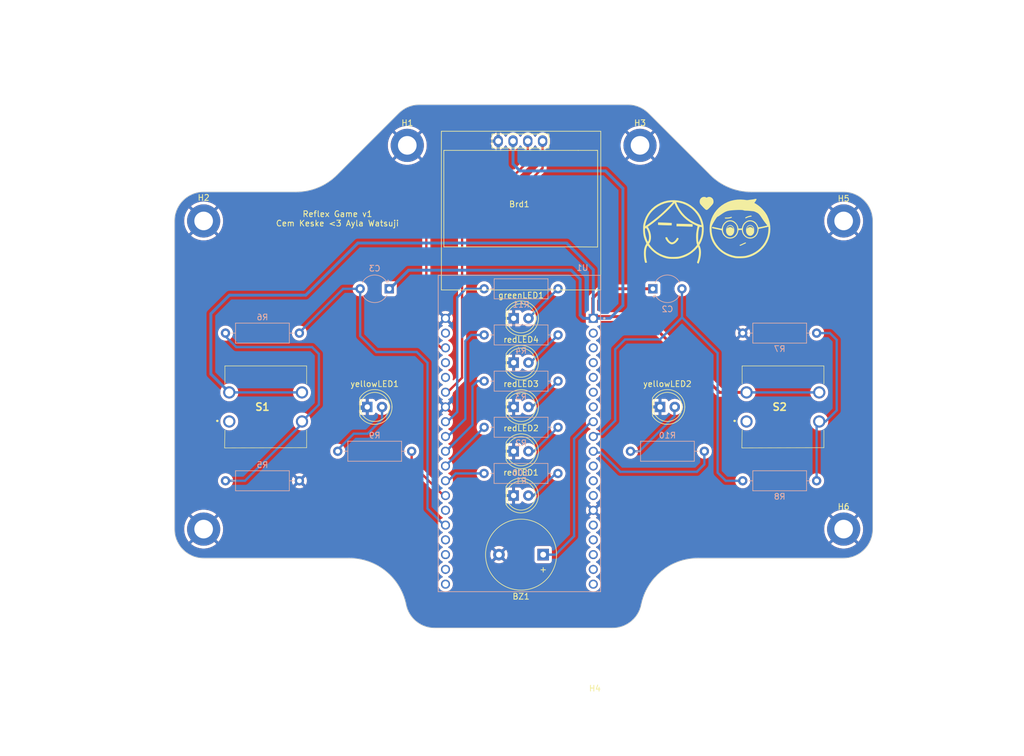
<source format=kicad_pcb>
(kicad_pcb (version 20221018) (generator pcbnew)
  (layers (0 "F.Cu" signal) (31 "B.Cu" signal) (34 "B.Paste" user) (35 "F.Paste" user) (36 "B.SilkS" user "B.Silkscreen") (37 "F.SilkS" user "F.Silkscreen") (38 "B.Mask" user) (39 "F.Mask" user) (44 "Edge.Cuts" user))
  (net 0 "")
  (net 3 "Net-(U1-IO2)")
  (net 15 "Net-(Brd1-SCL)")
  (net 18 "Net-(Brd1-SDA)")
  (net 24 "GND")
  (net 25 "Net-(U1-IO19)")
  (net 26 "Net-(U1-IO18)")
  (net 27 "Net-(U1-IO5)")
  (net 28 "Net-(U1-IO17)")
  (net 30 "Net-(greenLED1-A)")
  (net 31 "Net-(U1-IO16)")
  (net 32 "Net-(yellowLED1-A)")
  (net 33 "Net-(U1-IO4)")
  (net 34 "Net-(yellowLED2-A)")
  (net 36 "+3V3")
  (net 38 "Net-(U1-IO25)")
  (net 39 "Net-(U1-IO26)")
  (net 40 "Net-(redLED1-A)")
  (net 41 "Net-(redLED2-A)")
  (net 42 "Net-(redLED3-A)")
  (net 43 "Net-(redLED4-A)")
  (net 44 "Net-(R5-Pad2)")
  (net 45 "Net-(R7-Pad2)")
  (net 46 "Net-(BZ1--)")
  (footprint "Logos:ayla_cem_logo_25" (layer "F.Cu") (at 161 71)
    (fp_text reference "G***" hide)
    (fp_text value "LOGO" hide)
  )
  (footprint "MountingHole:MountingHole_3.2mm_M3_ISO7380_Pad_TopBottom" (layer "F.Cu") (at 185 123)
    (fp_text reference "H6")
    (fp_text value "MountingHole_Pad")
  )
  (footprint "MountingHole:MountingHole_3.2mm_M3_ISO7380_Pad_TopBottom" (layer "F.Cu") (at 185 70)
    (fp_text reference "H5")
    (fp_text value "MountingHole_Pad")
  )
  (footprint "MountingHole:MountingHole_3.2mm_M3_ISO7380_Pad_TopBottom" (layer "F.Cu") (at 150 57)
    (fp_text reference "H3")
    (fp_text value "MountingHole_Pad")
  )
  (footprint "LED_THT:LED_D5.0mm" (layer "F.Cu") (at 103.123854 101.988523)
    (fp_text reference "yellowLED1")
    (fp_text value "LED")
  )
  (footprint "MountingHole:MountingHole_3.2mm_M3_ISO7380_Pad_TopBottom" (layer "F.Cu") (at 110 57)
    (fp_text reference "H1")
    (fp_text value "MountingHole_Pad")
  )
  (footprint "MountingHole:MountingHole_3.2mm_M3_ISO7380_Pad_TopBottom" (layer "F.Cu") (at 75 123)
    (fp_text reference "H4")
    (fp_text value "MountingHole_Pad")
  )
  (footprint "Buzzer_Beeper:Buzzer_12x9.5RM7.6" (layer "F.Cu") (at 133.355104 127.388523 180)
    (fp_text reference "BZ1")
    (fp_text value "Buzzer")
  )
  (footprint "LED_THT:LED_D5.0mm" (layer "F.Cu") (at 128.285102 94.368523)
    (fp_text reference "redLED4")
    (fp_text value "LED")
  )
  (footprint "LED_THT:LED_D5.0mm" (layer "F.Cu") (at 128.285102 101.988523)
    (fp_text reference "redLED3")
    (fp_text value "LED")
  )
  (footprint "MountingHole:MountingHole_3.2mm_M3_ISO7380_Pad_TopBottom" (layer "F.Cu") (at 75 70)
    (fp_text reference "H2")
    (fp_text value "MountingHole_Pad")
  )
  (footprint "LED_THT:LED_D5.0mm" (layer "F.Cu") (at 128.285102 109.608523)
    (fp_text reference "redLED2")
    (fp_text value "LED")
  )
  (footprint "OLED_display:OLED_display_SSD1306" (layer "F.Cu") (at 129.255104 66.868523)
    (fp_text reference "Brd1")
    (fp_text value "SSD1306")
  )
  (footprint "pushbutton:TL1100F160Q" (layer "F.Cu") (at 79.405104 104.488523)
    (fp_text reference "S1")
    (fp_text value "TL1100F160Q" hide)
  )
  (footprint "LED_THT:LED_D5.0mm" (layer "F.Cu") (at 128.271114 117.228523)
    (fp_text reference "redLED1")
    (fp_text value "LED_RED")
  )
  (footprint "LED_THT:LED_D5.0mm" (layer "F.Cu") (at 153.436354 101.988523)
    (fp_text reference "yellowLED2")
    (fp_text value "LED")
  )
  (footprint "pushbutton:TL1100F160Q" (layer "F.Cu") (at 168.305104 104.488523)
    (fp_text reference "S2")
    (fp_text value "TL1100F160Q" hide)
  )
  (footprint "LED_THT:LED_D5.0mm" (layer "F.Cu") (at 128.285102 86.748523)
    (fp_text reference "greenLED1")
    (fp_text value "LED")
  )
  (footprint "Resistor_THT:R_Axial_DIN0309_L9.0mm_D3.2mm_P12.70mm_Horizontal" (layer "B.Cu") (at 161.061354 109.608523 180)
    (fp_text reference "R10")
    (fp_text value "100")
  )
  (footprint "Resistor_THT:R_Axial_DIN0309_L9.0mm_D3.2mm_P12.70mm_Horizontal" (layer "B.Cu") (at 123.210102 89.607412)
    (fp_text reference "R4")
    (fp_text value "100")
  )
  (footprint "Resistor_THT:R_Axial_DIN0309_L9.0mm_D3.2mm_P12.70mm_Horizontal" (layer "B.Cu") (at 167.655104 89.288523)
    (fp_text reference "R7")
    (fp_text value "11k")
  )
  (footprint "Capacitor_THT:CP_Radial_Tantal_D4.5mm_P5.00mm" (layer "B.Cu") (at 152.211354 81.668523)
    (fp_text reference "C2")
    (fp_text value "100n")
  )
  (footprint "dev_kits:MODULE_ESP32-DEVKITC-32D" (layer "B.Cu") (at 129.267604 106.508523 180)
    (fp_text reference "U1")
    (fp_text value "ESP32-DEVKITC-32D")
  )
  (footprint "Resistor_THT:R_Axial_DIN0309_L9.0mm_D3.2mm_P12.70mm_Horizontal" (layer "B.Cu") (at 91.455104 89.288523 180)
    (fp_text reference "R6")
    (fp_text value "11k")
  )
  (footprint "Resistor_THT:R_Axial_DIN0309_L9.0mm_D3.2mm_P12.70mm_Horizontal" (layer "B.Cu") (at 123.196114 113.424079)
    (fp_text reference "R1")
    (fp_text value "100")
  )
  (footprint "Capacitor_THT:CP_Radial_Tantal_D4.5mm_P5.00mm" (layer "B.Cu") (at 106.898854 81.668523 180)
    (fp_text reference "C3")
    (fp_text value "100n")
  )
  (footprint "Resistor_THT:R_Axial_DIN0309_L9.0mm_D3.2mm_P12.70mm_Horizontal" (layer "B.Cu") (at 110.748854 109.608523 180)
    (fp_text reference "R9")
    (fp_text value "100")
  )
  (footprint "Resistor_THT:R_Axial_DIN0309_L9.0mm_D3.2mm_P12.70mm_Horizontal" (layer "B.Cu") (at 123.210102 97.546301)
    (fp_text reference "R3")
    (fp_text value "100")
  )
  (footprint "Resistor_THT:R_Axial_DIN0309_L9.0mm_D3.2mm_P12.70mm_Horizontal" (layer "B.Cu") (at 167.655104 114.688523)
    (fp_text reference "R8")
    (fp_text value "11k")
  )
  (footprint "Resistor_THT:R_Axial_DIN0309_L9.0mm_D3.2mm_P12.70mm_Horizontal" (layer "B.Cu") (at 123.210102 81.668523)
    (fp_text reference "R11")
    (fp_text value "100")
  )
  (footprint "Resistor_THT:R_Axial_DIN0309_L9.0mm_D3.2mm_P12.70mm_Horizontal" (layer "B.Cu") (at 91.455104 114.688523 180)
    (fp_text reference "R5")
    (fp_text value "11k")
  )
  (footprint "Resistor_THT:R_Axial_DIN0309_L9.0mm_D3.2mm_P12.70mm_Horizontal" (layer "B.Cu") (at 123.210102 105.48519)
    (fp_text reference "R2")
    (fp_text value "100")
  )
  (gr_line (start 105.299596 129.519479) (end 104.937794 129.303638) (stroke (width 0.1)) (layer "Edge.Cuts"))
  (gr_line (start 186.454179 127.783884) (end 186.685871 127.707226) (stroke (width 0.1)) (layer "Edge.Cuts"))
  (gr_line (start 108.94805 133.53282) (end 108.748807 133.154167) (stroke (width 0.1)) (layer "Edge.Cuts"))
  (gr_line (start 186.685871 127.707226) (end 186.913421 127.619409) (stroke (width 0.1)) (layer "Edge.Cuts"))
  (gr_line (start 150.152926 136.216313) (end 150.202045 136.00002) (stroke (width 0.1)) (layer "Edge.Cuts"))
  (gr_line (start 71.29892 66.638118) (end 71.141767 66.81954) (stroke (width 0.1)) (layer "Edge.Cuts"))
  (gr_line (start 148.667285 50.054848) (end 148.423125 50.02452) (stroke (width 0.1)) (layer "Edge.Cuts"))
  (gr_line (start 185.738352 127.945213) (end 185.98001 127.903048) (stroke (width 0.1)) (layer "Edge.Cuts"))
  (gr_line (start 73.280827 127.696601) (end 73.513147 127.77521) (stroke (width 0.1)) (layer "Edge.Cuts"))
  (gr_line (start 109.298996 134.319512) (end 109.131598 133.921393) (stroke (width 0.1)) (layer "Edge.Cuts"))
  (gr_line (start 147.202228 139.625835) (end 147.396417 139.541166) (stroke (width 0.1)) (layer "Edge.Cuts"))
  (gr_line (start 148.176872 50.006198) (end 147.928936 50.000053) (stroke (width 0.1)) (layer "Edge.Cuts"))
  (gr_line (start 114.475199 139.995134) (end 114.696945 140.000001) (stroke (width 0.1)) (layer "Edge.Cuts"))
  (gr_line (start 189.410972 125.354461) (end 189.520596 125.136424) (stroke (width 0.1)) (layer "Edge.Cuts"))
  (gr_line (start 97.195444 62.735411) (end 97.569608 62.413067) (stroke (width 0.1)) (layer "Edge.Cuts"))
  (gr_line (start 70.39293 124.946231) (end 70.493059 125.167711) (stroke (width 0.1)) (layer "Edge.Cuts"))
  (gr_line (start 73.053769 127.607074) (end 73.280827 127.696601) (stroke (width 0.1)) (layer "Edge.Cuts"))
  (gr_line (start 91.353741 64.987731) (end 91.846245 64.951093) (stroke (width 0.1)) (layer "Edge.Cuts"))
  (gr_line (start 70.157422 124.249589) (end 70.224798 124.486856) (stroke (width 0.1)) (layer "Edge.Cuts"))
  (gr_line (start 111.332719 50.054832) (end 111.091061 50.097001) (stroke (width 0.1)) (layer "Edge.Cuts"))
  (gr_line (start 160.000004 128.000008) (end 159.556509 128.009743) (stroke (width 0.1)) (layer "Edge.Cuts"))
  (gr_line (start 70.493063 67.832294) (end 70.392933 68.053775) (stroke (width 0.1)) (layer "Edge.Cuts"))
  (gr_line (start 70.853931 67.204455) (end 70.723876 67.40732) (stroke (width 0.1)) (layer "Edge.Cuts"))
  (gr_line (start 72.00843 65.993331) (end 71.819546 66.141764) (stroke (width 0.1)) (layer "Edge.Cuts"))
  (gr_line (start 189.942391 69.238549) (end 189.89842 68.992325) (stroke (width 0.1)) (layer "Edge.Cuts"))
  (gr_line (start 109.797966 136.00002) (end 109.847085 136.216312) (stroke (width 0.1)) (layer "Edge.Cuts"))
  (gr_line (start 70.723869 125.592683) (end 70.853923 125.795548) (stroke (width 0.1)) (layer "Edge.Cuts"))
  (gr_line (start 70.157419 68.750421) (end 70.101587 68.992325) (stroke (width 0.1)) (layer "Edge.Cuts"))
  (gr_line (start 73.280841 65.303412) (end 73.053784 65.392937) (stroke (width 0.1)) (layer "Edge.Cuts"))
  (gr_line (start 110.385201 50.292832) (end 110.157651 50.380652) (stroke (width 0.1)) (layer "Edge.Cuts"))
  (gr_line (start 74.488772 127.97419) (end 74.742693 127.9935) (stroke (width 0.1)) (layer "Edge.Cuts"))
  (gr_line (start 148.779534 138.593732) (end 149.069627 138.288672) (stroke (width 0.1)) (layer "Edge.Cuts"))
  (gr_line (start 187.991591 65.993331) (end 187.79556 65.853931) (stroke (width 0.1)) (layer "Edge.Cuts"))
  (gr_line (start 72.407314 127.276131) (end 72.616699 127.396525) (stroke (width 0.1)) (layer "Edge.Cuts"))
  (gr_line (start 162.804563 62.73539) (end 163.19275 63.037799) (stroke (width 0.1)) (layer "Edge.Cuts"))
  (gr_line (start 185.511239 65.02583) (end 185.257318 65.006521) (stroke (width 0.1)) (layer "Edge.Cuts"))
  (gr_line (start 94.2296 64.414477) (end 94.6847 64.238845) (stroke (width 0.1)) (layer "Edge.Cuts"))
  (gr_line (start 151.694946 132.42809) (end 151.465681 132.785789) (stroke (width 0.1)) (layer "Edge.Cuts"))
  (gr_line (start 109.716616 50.589085) (end 109.50395 50.70936) (stroke (width 0.1)) (layer "Edge.Cuts"))
  (gr_line (start 105.651627 129.750076) (end 105.299596 129.519479) (stroke (width 0.1)) (layer "Edge.Cuts"))
  (gr_line (start 109.699728 135.567433) (end 109.583516 135.142904) (stroke (width 0.1)) (layer "Edge.Cuts"))
  (gr_line (start 149.842355 50.380652) (end 149.614805 50.292835) (stroke (width 0.1)) (layer "Edge.Cuts"))
  (gr_line (start 90.857811 64.998817) (end 75.000015 64.998817) (stroke (width 0.1)) (layer "Edge.Cuts"))
  (gr_line (start 73.513162 65.224804) (end 73.280841 65.303412) (stroke (width 0.1)) (layer "Edge.Cuts"))
  (gr_line (start 101.317129 128.086523) (end 100.882693 128.038716) (stroke (width 0.1)) (layer "Edge.Cuts"))
  (gr_line (start 70.303406 68.280832) (end 70.224796 68.513153) (stroke (width 0.1)) (layer "Edge.Cuts"))
  (gr_line (start 150.300283 135.567416) (end 150.202045 136.000003) (stroke (width 0.1)) (layer "Edge.Cuts"))
  (gr_line (start 188.858251 66.81954) (end 188.7011 66.638118) (stroke (width 0.1)) (layer "Edge.Cuts"))
  (gr_line (start 70.224798 124.486856) (end 70.303405 124.719175) (stroke (width 0.1)) (layer "Edge.Cuts"))
  (gr_line (start 74.742693 127.9935) (end 74.999992 128.000008) (stroke (width 0.1)) (layer "Edge.Cuts"))
  (gr_line (start 96.807258 63.037815) (end 97.195444 62.735411) (stroke (width 0.1)) (layer "Edge.Cuts"))
  (gr_line (start 69.999916 69.999451) (end 69.999916 123.000782) (stroke (width 0.1)) (layer "Edge.Cuts"))
  (gr_line (start 167.665444 64.890456) (end 168.153765 64.951113) (stroke (width 0.1)) (layer "Edge.Cuts"))
  (gr_line (start 186.218756 127.849215) (end 186.454179 127.783884) (stroke (width 0.1)) (layer "Edge.Cuts"))
  (gr_line (start 106.644544 130.526688) (end 106.324557 130.254053) (stroke (width 0.1)) (layer "Edge.Cuts"))
  (gr_line (start 71.298909 126.361885) (end 71.464465 126.535532) (stroke (width 0.1)) (layer "Edge.Cuts"))
  (gr_line (start 187.974701 127.018892) (end 188.168794 126.867691) (stroke (width 0.1)) (layer "Edge.Cuts"))
  (gr_line (start 72.616713 65.603484) (end 72.407328 65.723877) (stroke (width 0.1)) (layer "Edge.Cuts"))
  (gr_line (start 151.097726 51.132362) (end 150.903633 50.981162) (stroke (width 0.1)) (layer "Edge.Cuts"))
  (gr_line (start 108.30506 132.428107) (end 108.061468 132.081444) (stroke (width 0.1)) (layer "Edge.Cuts"))
  (gr_line (start 189.783879 124.454183) (end 189.84921 124.218759) (stroke (width 0.1)) (layer "Edge.Cuts"))
  (gr_line (start 70.993333 67.008424) (end 70.853931 67.204455) (stroke (width 0.1)) (layer "Edge.Cuts"))
  (gr_line (start 149.952561 136.840273) (end 150.027957 136.636626) (stroke (width 0.1)) (layer "Edge.Cuts"))
  (gr_line (start 111.823132 50.006173) (end 111.57688 50.024499) (stroke (width 0.1)) (layer "Edge.Cuts"))
  (gr_line (start 169.142194 64.998817) (end 184.999995 64.998817) (stroke (width 0.1)) (layer "Edge.Cuts"))
  (gr_line (start 112.797787 139.625825) (end 112.995949 139.702371) (stroke (width 0.1)) (layer "Edge.Cuts"))
  (gr_line (start 109.096373 50.981178) (end 108.90228 51.132382) (stroke (width 0.1)) (layer "Edge.Cuts"))
  (gr_line (start 189.018884 125.974707) (end 189.159946 125.774013) (stroke (width 0.1)) (layer "Edge.Cuts"))
  (gr_line (start 70.006507 69.7427) (end 70 70) (stroke (width 0.1)) (layer "Edge.Cuts"))
  (gr_line (start 150.28339 50.589079) (end 150.065353 50.479456) (stroke (width 0.1)) (layer "Edge.Cuts"))
  (gr_line (start 73.750431 65.157427) (end 73.513162 65.224804) (stroke (width 0.1)) (layer "Edge.Cuts"))
  (gr_line (start 112.047152 139.240275) (end 112.228053 139.348195) (stroke (width 0.1)) (layer "Edge.Cuts"))
  (gr_line (start 189.396533 67.616704) (end 189.276139 67.40732) (stroke (width 0.1)) (layer "Edge.Cuts"))
  (gr_line (start 150.86841 133.921376) (end 150.701013 134.319496) (stroke (width 0.1)) (layer "Edge.Cuts"))
  (gr_line (start 110.930388 138.28866) (end 111.072308 138.444321) (stroke (width 0.1)) (layer "Edge.Cuts"))
  (gr_line (start 189.975538 123.494194) (end 189.99386 123.247941) (stroke (width 0.1)) (layer "Edge.Cuts"))
  (gr_line (start 108.715199 51.293556) (end 108.535537 51.464531) (stroke (width 0.1)) (layer "Edge.Cuts"))
  (gr_line (start 108.748807 133.154167) (end 108.534325 132.785805) (stroke (width 0.1)) (layer "Edge.Cuts"))
  (gr_line (start 146.802158 139.770617) (end 147.004066 139.70238) (stroke (width 0.1)) (layer "Edge.Cuts"))
  (gr_line (start 185.98001 127.903048) (end 186.218756 127.849215) (stroke (width 0.1)) (layer "Edge.Cuts"))
  (gr_line (start 189.006685 67.008424) (end 188.858251 66.81954) (stroke (width 0.1)) (layer "Edge.Cuts"))
  (gr_line (start 109.972055 136.636622) (end 110.047451 136.840268) (stroke (width 0.1)) (layer "Edge.Cuts"))
  (gr_line (start 95.56677 63.821989) (end 95.992102 63.581443) (stroke (width 0.1)) (layer "Edge.Cuts"))
  (gr_line (start 151.2512 133.154151) (end 151.051957 133.532804) (stroke (width 0.1)) (layer "Edge.Cuts"))
  (gr_line (start 102.587337 128.339324) (end 102.169906 128.237199) (stroke (width 0.1)) (layer "Edge.Cuts"))
  (gr_line (start 102.169906 128.237199) (end 101.746352 128.152808) (stroke (width 0.1)) (layer "Edge.Cuts"))
  (gr_line (start 92.81788 64.806113) (end 93.29537 64.69845) (stroke (width 0.1)) (layer "Edge.Cuts"))
  (gr_line (start 104.566679 129.102926) (end 104.186704 128.917715) (stroke (width 0.1)) (layer "Edge.Cuts"))
  (gr_line (start 151.938538 132.081428) (end 151.694946 132.42809) (stroke (width 0.1)) (layer "Edge.Cuts"))
  (gr_line (start 109.934652 50.479459) (end 109.716616 50.589085) (stroke (width 0.1)) (layer "Edge.Cuts"))
  (gr_line (start 189.99386 123.247941) (end 190.000005 123.000006) (stroke (width 0.1)) (layer "Edge.Cuts"))
  (gr_line (start 156.598003 128.595269) (end 156.201679 128.748361) (stroke (width 0.1)) (layer "Edge.Cuts"))
  (gr_line (start 72.832303 65.493066) (end 72.616713 65.603484) (stroke (width 0.1)) (layer "Edge.Cuts"))
  (gr_line (start 189.696605 68.280832) (end 189.60708 68.053775) (stroke (width 0.1)) (layer "Edge.Cuts"))
  (gr_line (start 162.071073 62.071091) (end 162.430398 62.413041) (stroke (width 0.1)) (layer "Edge.Cuts"))
  (gr_line (start 109.583516 135.142904) (end 109.449787 134.726807) (stroke (width 0.1)) (layer "Edge.Cuts"))
  (gr_line (start 149.677468 137.422946) (end 149.777089 137.233619) (stroke (width 0.1)) (layer "Edge.Cuts"))
  (gr_line (start 150.701013 134.319496) (end 150.550222 134.726791) (stroke (width 0.1)) (layer "Edge.Cuts"))
  (gr_line (start 152.196002 131.746172) (end 151.938538 132.081428) (stroke (width 0.1)) (layer "Edge.Cuts"))
  (gr_line (start 149.868863 137.039333) (end 149.952561 136.840273) (stroke (width 0.1)) (layer "Edge.Cuts"))
  (gr_line (start 150.065353 50.479456) (end 149.842355 50.380652) (stroke (width 0.1)) (layer "Edge.Cuts"))
  (gr_line (start 149.614805 50.292835) (end 149.383113 50.216177) (stroke (width 0.1)) (layer "Edge.Cuts"))
  (gr_line (start 91.846245 64.951093) (end 92.334565 64.89044) (stroke (width 0.1)) (layer "Edge.Cuts"))
  (gr_line (start 185.257318 65.006521) (end 185.000019 65.000015) (stroke (width 0.1)) (layer "Edge.Cuts"))
  (gr_line (start 109.50395 50.70936) (end 109.297066 50.840114) (stroke (width 0.1)) (layer "Edge.Cuts"))
  (gr_line (start 108.534325 132.785805) (end 108.30506 132.428107) (stroke (width 0.1)) (layer "Edge.Cuts"))
  (gr_line (start 147.396417 139.541166) (end 147.586404 139.448562) (stroke (width 0.1)) (layer "Edge.Cuts"))
  (gr_line (start 151.051957 133.532804) (end 150.86841 133.921376) (stroke (width 0.1)) (layer "Edge.Cuts"))
  (gr_line (start 155.433327 129.10291) (end 155.062211 129.303622) (stroke (width 0.1)) (layer "Edge.Cuts"))
  (gr_line (start 73.992319 127.89842) (end 74.238542 127.942392) (stroke (width 0.1)) (layer "Edge.Cuts"))
  (gr_line (start 145.961628 139.956756) (end 146.176239 139.923614) (stroke (width 0.1)) (layer "Edge.Cuts"))
  (gr_line (start 164.869312 64.041233) (end 165.315309 64.238845) (stroke (width 0.1)) (layer "Edge.Cuts"))
  (gr_line (start 187.167721 65.493066) (end 186.94624 65.392937) (stroke (width 0.1)) (layer "Edge.Cuts"))
  (gr_line (start 186.007692 65.101597) (end 185.761468 65.057626) (stroke (width 0.1)) (layer "Edge.Cuts"))
  (gr_line (start 71.141767 66.81954) (end 70.993333 67.008424) (stroke (width 0.1)) (layer "Edge.Cuts"))
  (gr_line (start 111.57688 50.024499) (end 111.332719 50.054832) (stroke (width 0.1)) (layer "Edge.Cuts"))
  (gr_line (start 167.182129 64.806125) (end 167.665444 64.890456) (stroke (width 0.1)) (layer "Edge.Cuts"))
  (gr_line (start 188.535539 126.535546) (end 188.706511 126.355884) (stroke (width 0.1)) (layer "Edge.Cuts"))
  (gr_line (start 186.94624 65.392937) (end 186.719183 65.303412) (stroke (width 0.1)) (layer "Edge.Cuts"))
  (gr_line (start 148.128879 139.124988) (end 148.465344 138.873001) (stroke (width 0.1)) (layer "Edge.Cuts"))
  (gr_line (start 96.405871 63.319939) (end 96.807258 63.037815) (stroke (width 0.1)) (layer "Edge.Cuts"))
  (gr_line (start 189.60708 68.053775) (end 189.506951 67.832294) (stroke (width 0.1)) (layer "Edge.Cuts"))
  (gr_line (start 149.205067 138.126934) (end 149.333799 137.959307) (stroke (width 0.1)) (layer "Edge.Cuts"))
  (gr_line (start 111.374678 138.736672) (end 111.534672 138.872989) (stroke (width 0.1)) (layer "Edge.Cuts"))
  (gr_line (start 168.153765 64.951113) (end 168.64627 64.987756) (stroke (width 0.1)) (layer "Edge.Cuts"))
  (gr_line (start 146.596733 139.830359) (end 146.802158 139.770617) (stroke (width 0.1)) (layer "Edge.Cuts"))
  (gr_line (start 145.303066 140.000001) (end 145.524813 139.995135) (stroke (width 0.1)) (layer "Edge.Cuts"))
  (gr_line (start 189.146085 67.204455) (end 189.006685 67.008424) (stroke (width 0.1)) (layer "Edge.Cuts"))
  (gr_line (start 158.253657 128.152792) (end 157.830101 128.237183) (stroke (width 0.1)) (layer "Edge.Cuts"))
  (gr_line (start 93.29537 64.69845) (end 93.766217 64.567792) (stroke (width 0.1)) (layer "Edge.Cuts"))
  (gr_line (start 108.535545 51.465378) (end 97.929062 62.069862) (stroke (width 0.1)) (layer "Edge.Cuts"))
  (gr_line (start 147.92894 49.999603) (end 112.071068 49.999603) (stroke (width 0.1)) (layer "Edge.Cuts"))
  (gr_line (start 146.388017 139.88142) (end 146.596733 139.830359) (stroke (width 0.1)) (layer "Edge.Cuts"))
  (gr_line (start 110.13115 137.039327) (end 110.222924 137.233612) (stroke (width 0.1)) (layer "Edge.Cuts"))
  (gr_line (start 149.570227 137.607126) (end 149.677468 137.422946) (stroke (width 0.1)) (layer "Edge.Cuts"))
  (gr_line (start 110.322545 137.422937) (end 110.429786 137.607117) (stroke (width 0.1)) (layer "Edge.Cuts"))
  (gr_line (start 150.027957 136.636626) (end 150.094821 136.428577) (stroke (width 0.1)) (layer "Edge.Cuts"))
  (gr_line (start 110.157651 50.380652) (end 109.934652 50.479459) (stroke (width 0.1)) (layer "Edge.Cuts"))
  (gr_line (start 103.402003 128.595285) (end 102.998188 128.458809) (stroke (width 0.1)) (layer "Edge.Cuts"))
  (gr_line (start 163.19275 63.037799) (end 163.594137 63.319926) (stroke (width 0.1)) (layer "Edge.Cuts"))
  (gr_line (start 73.992334 65.101597) (end 73.750431 65.157427) (stroke (width 0.1)) (layer "Edge.Cuts"))
  (gr_line (start 153.047068 130.812574) (end 152.466882 131.422697) (stroke (width 0.1)) (layer "Edge.Cuts"))
  (gr_line (start 75.000007 65.000015) (end 74.742708 65.006521) (stroke (width 0.1)) (layer "Edge.Cuts"))
  (gr_line (start 110.794948 138.126923) (end 110.930388 138.28866) (stroke (width 0.1)) (layer "Edge.Cuts"))
  (gr_line (start 113.197856 139.770609) (end 113.403281 139.830351) (stroke (width 0.1)) (layer "Edge.Cuts"))
  (gr_line (start 152.466882 131.422697) (end 152.196002 131.746172) (stroke (width 0.1)) (layer "Edge.Cuts"))
  (gr_line (start 150.903633 50.981162) (end 150.70294 50.840102) (stroke (width 0.1)) (layer "Edge.Cuts"))
  (gr_line (start 157.001819 128.458793) (end 156.598003 128.595269) (stroke (width 0.1)) (layer "Edge.Cuts"))
  (gr_line (start 110.616892 50.216171) (end 110.385201 50.292832) (stroke (width 0.1)) (layer "Edge.Cuts"))
  (gr_line (start 70.853923 125.795548) (end 70.993324 125.991579) (stroke (width 0.1)) (layer "Edge.Cuts"))
  (gr_line (start 147.771962 139.348206) (end 148.128879 139.124988) (stroke (width 0.1)) (layer "Edge.Cuts"))
  (gr_line (start 107.533123 131.422713) (end 107.249283 131.11139) (stroke (width 0.1)) (layer "Edge.Cuts"))
  (gr_line (start 75.000015 128.000089) (end 99.999954 128.000089) (stroke (width 0.1)) (layer "Edge.Cuts"))
  (gr_line (start 94.6847 64.238845) (end 95.130696 64.041236) (stroke (width 0.1)) (layer "Edge.Cuts"))
  (gr_line (start 147.004066 139.70238) (end 147.202228 139.625835) (stroke (width 0.1)) (layer "Edge.Cuts"))
  (gr_line (start 70.101587 68.992325) (end 70.057615 69.238549) (stroke (width 0.1)) (layer "Edge.Cuts"))
  (gr_line (start 148.423125 50.02452) (end 148.176872 50.006198) (stroke (width 0.1)) (layer "Edge.Cuts"))
  (gr_line (start 70.224796 68.513153) (end 70.157419 68.750421) (stroke (width 0.1)) (layer "Edge.Cuts"))
  (gr_line (start 70.025827 123.511239) (end 70.057622 123.761466) (stroke (width 0.1)) (layer "Edge.Cuts"))
  (gr_line (start 73.513147 127.77521) (end 73.750416 127.842588) (stroke (width 0.1)) (layer "Edge.Cuts"))
  (gr_line (start 72.204449 127.146076) (end 72.407314 127.276131) (stroke (width 0.1)) (layer "Edge.Cuts"))
  (gr_line (start 70.057622 123.761466) (end 70.101592 124.007687) (stroke (width 0.1)) (layer "Edge.Cuts"))
  (gr_line (start 111.091061 50.097001) (end 110.852316 50.150838) (stroke (width 0.1)) (layer "Edge.Cuts"))
  (gr_line (start 72.008417 127.006674) (end 72.204449 127.146076) (stroke (width 0.1)) (layer "Edge.Cuts"))
  (gr_line (start 70.025817 69.488778) (end 70.006507 69.7427) (stroke (width 0.1)) (layer "Edge.Cuts"))
  (gr_line (start 149.333799 137.959307) (end 149.455595 137.785976) (stroke (width 0.1)) (layer "Edge.Cuts"))
  (gr_line (start 100.882693 128.038716) (end 100.443501 128.009759) (stroke (width 0.1)) (layer "Edge.Cuts"))
  (gr_line (start 111.534672 138.872989) (end 111.700234 139.002486) (stroke (width 0.1)) (layer "Edge.Cuts"))
  (gr_line (start 72.407328 65.723877) (end 72.204463 65.853931) (stroke (width 0.1)) (layer "Edge.Cuts"))
  (gr_line (start 150.416493 135.142888) (end 150.300283 135.567416) (stroke (width 0.1)) (layer "Edge.Cuts"))
  (gr_line (start 104.186704 128.917715) (end 103.798327 128.748377) (stroke (width 0.1)) (layer "Edge.Cuts"))
  (gr_line (start 166.704638 64.698459) (end 167.182129 64.806125) (stroke (width 0.1)) (layer "Edge.Cuts"))
  (gr_line (start 165.770408 64.41448) (end 166.233791 64.567798) (stroke (width 0.1)) (layer "Edge.Cuts"))
  (gr_line (start 164.007907 63.581434) (end 164.433238 63.821983) (stroke (width 0.1)) (layer "Edge.Cuts"))
  (gr_line (start 156.201679 128.748361) (end 155.813302 128.917699) (stroke (width 0.1)) (layer "Edge.Cuts"))
  (gr_line (start 112.603598 139.541156) (end 112.797787 139.625825) (stroke (width 0.1)) (layer "Edge.Cuts"))
  (gr_line (start 165.315309 64.238845) (end 165.770408 64.41448) (stroke (width 0.1)) (layer "Edge.Cuts"))
  (gr_line (start 110.666215 137.959296) (end 110.794948 138.126923) (stroke (width 0.1)) (layer "Edge.Cuts"))
  (gr_line (start 108.061468 132.081444) (end 107.804004 131.746189) (stroke (width 0.1)) (layer "Edge.Cuts"))
  (gr_line (start 151.46447 51.4645) (end 151.284808 51.293531) (stroke (width 0.1)) (layer "Edge.Cuts"))
  (gr_line (start 97.569608 62.413067) (end 97.928932 62.071121) (stroke (width 0.1)) (layer "Edge.Cuts"))
  (gr_line (start 72.616699 127.396525) (end 72.832288 127.506944) (stroke (width 0.1)) (layer "Edge.Cuts"))
  (gr_line (start 113.611997 139.881414) (end 113.823774 139.923609) (stroke (width 0.1)) (layer "Edge.Cuts"))
  (gr_line (start 70.493059 125.167711) (end 70.603476 125.3833) (stroke (width 0.1)) (layer "Edge.Cuts"))
  (gr_line (start 155.813302 128.917699) (end 155.433327 129.10291) (stroke (width 0.1)) (layer "Edge.Cuts"))
  (gr_line (start 109.905191 136.428574) (end 109.972055 136.636622) (stroke (width 0.1)) (layer "Edge.Cuts"))
  (gr_line (start 111.072308 138.444321) (end 111.220481 138.593721) (stroke (width 0.1)) (layer "Edge.Cuts"))
  (gr_line (start 188.706511 126.355884) (end 188.867682 126.168801) (stroke (width 0.1)) (layer "Edge.Cuts"))
  (gr_line (start 107.249283 131.11139) (end 106.952938 130.812591) (stroke (width 0.1)) (layer "Edge.Cuts"))
  (gr_line (start 189.974187 69.488778) (end 189.942391 69.238549) (stroke (width 0.1)) (layer "Edge.Cuts"))
  (gr_line (start 153.675448 130.254036) (end 153.047068 130.812574) (stroke (width 0.1)) (layer "Edge.Cuts"))
  (gr_line (start 157.830101 128.237183) (end 157.41267 128.339307) (stroke (width 0.1)) (layer "Edge.Cuts"))
  (gr_line (start 109.297066 50.840114) (end 109.096373 50.981178) (stroke (width 0.1)) (layer "Edge.Cuts"))
  (gr_line (start 168.64627 64.987756) (end 169.142141 65.000046) (stroke (width 0.1)) (layer "Edge.Cuts"))
  (gr_line (start 186.486863 65.224804) (end 186.249595 65.157427) (stroke (width 0.1)) (layer "Edge.Cuts"))
  (gr_line (start 189.945209 123.738355) (end 189.975538 123.494194) (stroke (width 0.1)) (layer "Edge.Cuts"))
  (gr_line (start 90.857872 65.000015) (end 91.353741 64.987731) (stroke (width 0.1)) (layer "Edge.Cuts"))
  (gr_line (start 158.68288 128.086507) (end 158.253657 128.152792) (stroke (width 0.1)) (layer "Edge.Cuts"))
  (gr_line (start 187.774008 127.159954) (end 187.974701 127.018892) (stroke (width 0.1)) (layer "Edge.Cuts"))
  (gr_line (start 189.89842 68.992325) (end 189.84259 68.750421) (stroke (width 0.1)) (layer "Edge.Cuts"))
  (gr_line (start 151.284808 51.293531) (end 151.097726 51.132362) (stroke (width 0.1)) (layer "Edge.Cuts"))
  (gr_line (start 189.84259 68.750421) (end 189.775213 68.513153) (stroke (width 0.1)) (layer "Edge.Cuts"))
  (gr_line (start 189.903043 123.980013) (end 189.945209 123.738355) (stroke (width 0.1)) (layer "Edge.Cuts"))
  (gr_line (start 188.361897 66.298916) (end 188.180475 66.141764) (stroke (width 0.1)) (layer "Edge.Cuts"))
  (gr_line (start 146.176239 139.923614) (end 146.388017 139.88142) (stroke (width 0.1)) (layer "Edge.Cuts"))
  (gr_line (start 95.130696 64.041236) (end 95.56677 63.821989) (stroke (width 0.1)) (layer "Edge.Cuts"))
  (gr_line (start 102.998188 128.458809) (end 102.587337 128.339324) (stroke (width 0.1)) (layer "Edge.Cuts"))
  (gr_line (start 109.797966 136.00002) (end 109.699728 135.567433) (stroke (width 0.1)) (layer "Edge.Cuts"))
  (gr_line (start 71.819533 126.85824) (end 72.008417 127.006674) (stroke (width 0.1)) (layer "Edge.Cuts"))
  (gr_line (start 103.798327 128.748377) (end 103.402003 128.595285) (stroke (width 0.1)) (layer "Edge.Cuts"))
  (gr_line (start 109.449787 134.726807) (end 109.298996 134.319512) (stroke (width 0.1)) (layer "Edge.Cuts"))
  (gr_line (start 71.819546 66.141764) (end 71.638123 66.298916) (stroke (width 0.1)) (layer "Edge.Cuts"))
  (gr_line (start 71.638123 66.298916) (end 71.464476 66.464472) (stroke (width 0.1)) (layer "Edge.Cuts"))
  (gr_line (start 186.719183 65.303412) (end 186.486863 65.224804) (stroke (width 0.1)) (layer "Edge.Cuts"))
  (gr_line (start 111.871137 139.124976) (end 112.047152 139.240275) (stroke (width 0.1)) (layer "Edge.Cuts"))
  (gr_line (start 151.465681 132.785789) (end 151.2512 133.154151) (stroke (width 0.1)) (layer "Edge.Cuts"))
  (gr_line (start 70.057615 69.238549) (end 70.025817 69.488778) (stroke (width 0.1)) (layer "Edge.Cuts"))
  (gr_line (start 154.348378 129.75006) (end 153.675448 130.254036) (stroke (width 0.1)) (layer "Edge.Cuts"))
  (gr_line (start 155.062211 129.303622) (end 154.348378 129.75006) (stroke (width 0.1)) (layer "Edge.Cuts"))
  (gr_line (start 189.159946 125.774013) (end 189.290698 125.567127) (stroke (width 0.1)) (layer "Edge.Cuts"))
  (gr_line (start 112.995949 139.702371) (end 113.197856 139.770609) (stroke (width 0.1)) (layer "Edge.Cuts"))
  (gr_line (start 159.556509 128.009743) (end 159.117316 128.0387) (stroke (width 0.1)) (layer "Edge.Cuts"))
  (gr_line (start 188.180475 66.141764) (end 187.991591 65.993331) (stroke (width 0.1)) (layer "Edge.Cuts"))
  (gr_line (start 159.117316 128.0387) (end 158.68288 128.086507) (stroke (width 0.1)) (layer "Edge.Cuts"))
  (gr_line (start 105.993433 129.995058) (end 105.651627 129.750076) (stroke (width 0.1)) (layer "Edge.Cuts"))
  (gr_line (start 70.392933 68.053775) (end 70.303406 68.280832) (stroke (width 0.1)) (layer "Edge.Cuts"))
  (gr_line (start 71.141757 126.180463) (end 71.298909 126.361885) (stroke (width 0.1)) (layer "Edge.Cuts"))
  (gr_line (start 110.544419 137.785966) (end 110.666215 137.959296) (stroke (width 0.1)) (layer "Edge.Cuts"))
  (gr_line (start 186.249595 65.157427) (end 186.007692 65.101597) (stroke (width 0.1)) (layer "Edge.Cuts"))
  (gr_line (start 70.723876 67.40732) (end 70.603482 67.616704) (stroke (width 0.1)) (layer "Edge.Cuts"))
  (gr_line (start 157.41267 128.339307) (end 157.001819 128.458793) (stroke (width 0.1)) (layer "Edge.Cuts"))
  (gr_line (start 73.750416 127.842588) (end 73.992319 127.89842) (stroke (width 0.1)) (layer "Edge.Cuts"))
  (gr_line (start 149.455595 137.785976) (end 149.570227 137.607126) (stroke (width 0.1)) (layer "Edge.Cuts"))
  (gr_line (start 108.90228 51.132382) (end 108.715199 51.293556) (stroke (width 0.1)) (layer "Edge.Cuts"))
  (gr_line (start 189.619402 124.913425) (end 189.707219 124.685875) (stroke (width 0.1)) (layer "Edge.Cuts"))
  (gr_line (start 166.233791 64.567798) (end 166.704638 64.698459) (stroke (width 0.1)) (layer "Edge.Cuts"))
  (gr_line (start 185.000003 128.000008) (end 185.247939 127.993863) (stroke (width 0.1)) (layer "Edge.Cuts"))
  (gr_line (start 145.74441 139.980658) (end 145.961628 139.956756) (stroke (width 0.1)) (layer "Edge.Cuts"))
  (gr_line (start 114.255603 139.980655) (end 114.475199 139.995134) (stroke (width 0.1)) (layer "Edge.Cuts"))
  (gr_line (start 184.999995 128.000089) (end 160.000047 128.000089) (stroke (width 0.1)) (layer "Edge.Cuts"))
  (gr_line (start 70.000015 123.000023) (end 70.00652 123.25732) (stroke (width 0.1)) (layer "Edge.Cuts"))
  (gr_line (start 185.247939 127.993863) (end 185.494192 127.975541) (stroke (width 0.1)) (layer "Edge.Cuts"))
  (gr_line (start 109.847085 136.216312) (end 109.905191 136.428574) (stroke (width 0.1)) (layer "Edge.Cuts"))
  (gr_line (start 163.594137 63.319926) (end 164.007907 63.581434) (stroke (width 0.1)) (layer "Edge.Cuts"))
  (gr_line (start 185.494192 127.975541) (end 185.738352 127.945213) (stroke (width 0.1)) (layer "Edge.Cuts"))
  (gr_line (start 113.823774 139.923609) (end 114.038385 139.956751) (stroke (width 0.1)) (layer "Edge.Cuts"))
  (gr_line (start 187.592695 65.723877) (end 187.38331 65.603484) (stroke (width 0.1)) (layer "Edge.Cuts"))
  (gr_line (start 188.7011 66.638118) (end 188.535543 66.464472) (stroke (width 0.1)) (layer "Edge.Cuts"))
  (gr_line (start 112.228053 139.348195) (end 112.413611 139.448551) (stroke (width 0.1)) (layer "Edge.Cuts"))
  (gr_line (start 162.070942 62.069893) (end 151.464454 51.465408) (stroke (width 0.1)) (layer "Edge.Cuts"))
  (gr_line (start 71.464476 66.464472) (end 71.29892 66.638118) (stroke (width 0.1)) (layer "Edge.Cuts"))
  (gr_line (start 111.220481 138.593721) (end 111.374678 138.736672) (stroke (width 0.1)) (layer "Edge.Cuts"))
  (gr_line (start 110.852316 50.150838) (end 110.616892 50.216171) (stroke (width 0.1)) (layer "Edge.Cuts"))
  (gr_line (start 95.992102 63.581443) (end 96.405871 63.319939) (stroke (width 0.1)) (layer "Edge.Cuts"))
  (gr_line (start 70.603476 125.3833) (end 70.723869 125.592683) (stroke (width 0.1)) (layer "Edge.Cuts"))
  (gr_line (start 150.550222 134.726791) (end 150.416493 135.142888) (stroke (width 0.1)) (layer "Edge.Cuts"))
  (gr_line (start 188.535543 66.464472) (end 188.361897 66.298916) (stroke (width 0.1)) (layer "Edge.Cuts"))
  (gr_line (start 187.38331 65.603484) (end 187.167721 65.493066) (stroke (width 0.1)) (layer "Edge.Cuts"))
  (gr_line (start 107.804004 131.746189) (end 107.533123 131.422713) (stroke (width 0.1)) (layer "Edge.Cuts"))
  (gr_line (start 111.700234 139.002486) (end 111.871137 139.124976) (stroke (width 0.1)) (layer "Edge.Cuts"))
  (gr_line (start 189.290698 125.567127) (end 189.410972 125.354461) (stroke (width 0.1)) (layer "Edge.Cuts"))
  (gr_line (start 92.334565 64.89044) (end 92.81788 64.806113) (stroke (width 0.1)) (layer "Edge.Cuts"))
  (gr_line (start 106.324557 130.254053) (end 105.993433 129.995058) (stroke (width 0.1)) (layer "Edge.Cuts"))
  (gr_line (start 70.603482 67.616704) (end 70.493063 67.832294) (stroke (width 0.1)) (layer "Edge.Cuts"))
  (gr_line (start 188.867682 126.168801) (end 189.018884 125.974707) (stroke (width 0.1)) (layer "Edge.Cuts"))
  (gr_line (start 188.355877 126.706519) (end 188.535539 126.535546) (stroke (width 0.1)) (layer "Edge.Cuts"))
  (gr_line (start 187.354457 127.41098) (end 187.567123 127.290707) (stroke (width 0.1)) (layer "Edge.Cuts"))
  (gr_line (start 109.131598 133.921393) (end 108.94805 133.53282) (stroke (width 0.1)) (layer "Edge.Cuts"))
  (gr_line (start 149.147689 50.150847) (end 148.908944 50.097014) (stroke (width 0.1)) (layer "Edge.Cuts"))
  (gr_line (start 110.047451 136.840268) (end 110.13115 137.039327) (stroke (width 0.1)) (layer "Edge.Cuts"))
  (gr_line (start 189.84921 124.218759) (end 189.903043 123.980013) (stroke (width 0.1)) (layer "Edge.Cuts"))
  (gr_line (start 104.937794 129.303638) (end 104.566679 129.102926) (stroke (width 0.1)) (layer "Edge.Cuts"))
  (gr_line (start 70.993324 125.991579) (end 71.141757 126.180463) (stroke (width 0.1)) (layer "Edge.Cuts"))
  (gr_line (start 187.13642 127.520604) (end 187.354457 127.41098) (stroke (width 0.1)) (layer "Edge.Cuts"))
  (gr_line (start 150.094821 136.428577) (end 150.152926 136.216313) (stroke (width 0.1)) (layer "Edge.Cuts"))
  (gr_line (start 164.433238 63.821983) (end 164.869312 64.041233) (stroke (width 0.1)) (layer "Edge.Cuts"))
  (gr_line (start 114.038385 139.956751) (end 114.255603 139.980655) (stroke (width 0.1)) (layer "Edge.Cuts"))
  (gr_line (start 74.488787 65.02583) (end 74.238557 65.057626) (stroke (width 0.1)) (layer "Edge.Cuts"))
  (gr_line (start 113.403281 139.830351) (end 113.611997 139.881414) (stroke (width 0.1)) (layer "Edge.Cuts"))
  (gr_line (start 73.053784 65.392937) (end 72.832303 65.493066) (stroke (width 0.1)) (layer "Edge.Cuts"))
  (gr_line (start 147.586404 139.448562) (end 147.771962 139.348206) (stroke (width 0.1)) (layer "Edge.Cuts"))
  (gr_line (start 74.742708 65.006521) (end 74.488787 65.02583) (stroke (width 0.1)) (layer "Edge.Cuts"))
  (gr_line (start 72.204463 65.853931) (end 72.00843 65.993331) (stroke (width 0.1)) (layer "Edge.Cuts"))
  (gr_line (start 110.222924 137.233612) (end 110.322545 137.422937) (stroke (width 0.1)) (layer "Edge.Cuts"))
  (gr_line (start 149.069627 138.288672) (end 149.205067 138.126934) (stroke (width 0.1)) (layer "Edge.Cuts"))
  (gr_line (start 70.101592 124.007687) (end 70.157422 124.249589) (stroke (width 0.1)) (layer "Edge.Cuts"))
  (gr_line (start 189.707219 124.685875) (end 189.783879 124.454183) (stroke (width 0.1)) (layer "Edge.Cuts"))
  (gr_line (start 148.908944 50.097014) (end 148.667285 50.054848) (stroke (width 0.1)) (layer "Edge.Cuts"))
  (gr_line (start 149.383113 50.216177) (end 149.147689 50.150847) (stroke (width 0.1)) (layer "Edge.Cuts"))
  (gr_line (start 149.777089 137.233619) (end 149.868863 137.039333) (stroke (width 0.1)) (layer "Edge.Cuts"))
  (gr_line (start 74.238542 127.942392) (end 74.488772 127.97419) (stroke (width 0.1)) (layer "Edge.Cuts"))
  (gr_line (start 106.952938 130.812591) (end 106.644544 130.526688) (stroke (width 0.1)) (layer "Edge.Cuts"))
  (gr_line (start 71.464465 126.535532) (end 71.638111 126.701088) (stroke (width 0.1)) (layer "Edge.Cuts"))
  (gr_line (start 190 70) (end 189.993495 69.7427) (stroke (width 0.1)) (layer "Edge.Cuts"))
  (gr_line (start 70.00652 123.25732) (end 70.025827 123.511239) (stroke (width 0.1)) (layer "Edge.Cuts"))
  (gr_line (start 189.506951 67.832294) (end 189.396533 67.616704) (stroke (width 0.1)) (layer "Edge.Cuts"))
  (gr_line (start 162.430398 62.413041) (end 162.804563 62.73539) (stroke (width 0.1)) (layer "Edge.Cuts"))
  (gr_line (start 189.775213 68.513153) (end 189.696605 68.280832) (stroke (width 0.1)) (layer "Edge.Cuts"))
  (gr_line (start 145.524813 139.995135) (end 145.74441 139.980658) (stroke (width 0.1)) (layer "Edge.Cuts"))
  (gr_line (start 112.413611 139.448551) (end 112.603598 139.541156) (stroke (width 0.1)) (layer "Edge.Cuts"))
  (gr_line (start 189.520596 125.136424) (end 189.619402 124.913425) (stroke (width 0.1)) (layer "Edge.Cuts"))
  (gr_line (start 112.071068 50.000023) (end 111.823132 50.006173) (stroke (width 0.1)) (layer "Edge.Cuts"))
  (gr_line (start 70.303405 124.719175) (end 70.39293 124.946231) (stroke (width 0.1)) (layer "Edge.Cuts"))
  (gr_line (start 93.766217 64.567792) (end 94.2296 64.414477) (stroke (width 0.1)) (layer "Edge.Cuts"))
  (gr_line (start 189.993495 69.7427) (end 189.974187 69.488778) (stroke (width 0.1)) (layer "Edge.Cuts"))
  (gr_line (start 185.761468 65.057626) (end 185.511239 65.02583) (stroke (width 0.1)) (layer "Edge.Cuts"))
  (gr_line (start 150.496055 50.709351) (end 150.28339 50.589079) (stroke (width 0.1)) (layer "Edge.Cuts"))
  (gr_line (start 150.70294 50.840102) (end 150.496055 50.709351) (stroke (width 0.1)) (layer "Edge.Cuts"))
  (gr_line (start 188.168794 126.867691) (end 188.355877 126.706519) (stroke (width 0.1)) (layer "Edge.Cuts"))
  (gr_line (start 190.000093 69.999451) (end 190.000093 123.000782) (stroke (width 0.1)) (layer "Edge.Cuts"))
  (gr_line (start 187.79556 65.853931) (end 187.592695 65.723877) (stroke (width 0.1)) (layer "Edge.Cuts"))
  (gr_line (start 100.443501 128.009759) (end 100.000007 128.000024) (stroke (width 0.1)) (layer "Edge.Cuts"))
  (gr_line (start 110.429786 137.607117) (end 110.544419 137.785966) (stroke (width 0.1)) (layer "Edge.Cuts"))
  (gr_line (start 74.238557 65.057626) (end 73.992334 65.101597) (stroke (width 0.1)) (layer "Edge.Cuts"))
  (gr_line (start 101.746352 128.152808) (end 101.317129 128.086523) (stroke (width 0.1)) (layer "Edge.Cuts"))
  (gr_line (start 189.276139 67.40732) (end 189.146085 67.204455) (stroke (width 0.1)) (layer "Edge.Cuts"))
  (gr_line (start 145.303055 140.000001) (end 114.69696 140.000001) (stroke (width 0.1)) (layer "Edge.Cuts"))
  (gr_line (start 187.567123 127.290707) (end 187.774008 127.159954) (stroke (width 0.1)) (layer "Edge.Cuts"))
  (gr_line (start 186.913421 127.619409) (end 187.13642 127.520604) (stroke (width 0.1)) (layer "Edge.Cuts"))
  (gr_line (start 72.832288 127.506944) (end 73.053769 127.607074) (stroke (width 0.1)) (layer "Edge.Cuts"))
  (gr_line (start 71.638111 126.701088) (end 71.819533 126.85824) (stroke (width 0.1)) (layer "Edge.Cuts"))
  (gr_line (start 148.465344 138.873001) (end 148.779534 138.593732) (stroke (width 0.1)) (layer "Edge.Cuts"))
  (gr_text "Reflex Game v1\nCem Keske <3 Ayla Watsuji" (at 98 71) (layer "F.SilkS") (effects (font (size 1 1)) (justify bottom)))
  (segment (start 101.898854 81.668523) (end 101.898854 89.775473) (width 0.4) (layer "B.Cu") (net 3))
  (segment (start 98.973504 81.668523) (end 91.455104 89.186923) (width 0.4) (layer "B.Cu") (net 3))
  (segment (start 111.622704 92.539723) (end 113.476904 94.393923) (width 0.4) (layer "B.Cu") (net 3))
  (segment (start 101.898854 81.668523) (end 98.973504 81.668523) (width 0.4) (layer "B.Cu") (net 3))
  (segment (start 113.476904 119.476904) (end 116 122) (width 0.4) (layer "B.Cu") (net 3))
  (segment (start 113.476904 94.393923) (end 113.476904 119.476904) (width 0.4) (layer "B.Cu") (net 3))
  (segment (start 101.898854 89.775473) (end 104.663104 92.539723) (width 0.4) (layer "B.Cu") (net 3))
  (segment (start 104.663104 92.539723) (end 111.622704 92.539723) (width 0.4) (layer "B.Cu") (net 3))
  (segment (start 115.813704 91.828523) (end 116.321704 91.828523) (width 0.4) (layer "F.Cu") (net 15))
  (segment (start 130.715104 56.268523) (end 130.715104 59.807523) (width 0.4) (layer "F.Cu") (net 15))
  (segment (start 113.299104 89.313923) (end 115.813704 91.828523) (width 0.4) (layer "F.Cu") (net 15))
  (segment (start 130.715104 59.807523) (end 128.666104 61.856523) (width 0.4) (layer "F.Cu") (net 15))
  (segment (start 128.666104 61.856523) (end 114.772304 61.856523) (width 0.4) (layer "F.Cu") (net 15))
  (segment (start 113.273704 89.288523) (end 113.299104 89.313923) (width 0.4) (layer "F.Cu") (net 15))
  (segment (start 113.273704 63.355123) (end 113.273704 89.288523) (width 0.4) (layer "F.Cu") (net 15))
  (segment (start 114.772304 61.856523) (end 113.273704 63.355123) (width 0.4) (layer "F.Cu") (net 15))
  (segment (start 129.783704 64.371123) (end 121.833504 64.371123) (width 0.4) (layer "F.Cu") (net 18))
  (segment (start 133.255104 60.899723) (end 129.783704 64.371123) (width 0.4) (layer "F.Cu") (net 18))
  (segment (start 121.833504 64.371123) (end 119.420504 66.784123) (width 0.4) (layer "F.Cu") (net 18))
  (segment (start 133.255104 56.268523) (end 133.255104 60.899723) (width 0.4) (layer "F.Cu") (net 18))
  (segment (start 119.420504 66.784123) (end 119.420504 96.959323) (width 0.4) (layer "F.Cu") (net 18))
  (segment (start 119.420504 96.959323) (end 116.905904 99.473923) (width 0.4) (layer "F.Cu") (net 18))
  (segment (start 95.087304 111.056323) (end 95.087304 108.567123) (width 0.4) (layer "B.Cu") (net 24))
  (segment (start 102.758104 102.293323) (end 102.885104 102.166323) (width 0.4) (layer "B.Cu") (net 24))
  (segment (start 95.087304 108.846523) (end 95.087304 105.392123) (width 0.4) (layer "B.Cu") (net 24))
  (segment (start 91.455104 114.688523) (end 95.087304 111.056323) (width 0.4) (layer "B.Cu") (net 24))
  (segment (start 95.087304 105.392123) (end 98.186104 102.293323) (width 0.4) (layer "B.Cu") (net 24))
  (segment (start 98.186104 102.293323) (end 102.758104 102.293323) (width 0.4) (layer "B.Cu") (net 24))
  (segment (start 118.582304 102.852123) (end 116.753504 104.680923) (width 0.4) (layer "B.Cu") (net 25))
  (segment (start 118.582304 83.167123) (end 118.582304 102.852123) (width 0.4) (layer "B.Cu") (net 25))
  (segment (start 122.668523 81.668523) (end 123 82) (width 0.4) (layer "B.Cu") (net 25))
  (segment (start 120.080904 81.668523) (end 122.668523 81.668523) (width 0.4) (layer "B.Cu") (net 25))
  (segment (start 120.080904 81.668523) (end 118.582304 83.167123) (width 0.4) (layer "B.Cu") (net 25))
  (segment (start 123.210102 89.607412) (end 121.032015 89.607412) (width 0.4) (layer "B.Cu") (net 26))
  (segment (start 119.979304 104.045923) (end 116.905904 107.119323) (width 0.4) (layer "B.Cu") (net 26))
  (segment (start 121.032015 89.607412) (end 119.979304 90.660123) (width 0.4) (layer "B.Cu") (net 26))
  (segment (start 119.979304 90.660123) (end 119.979304 104.045923) (width 0.4) (layer "B.Cu") (net 26))
  (segment (start 122.059326 97.546301) (end 121.198504 98.407123) (width 0.4) (layer "B.Cu") (net 27))
  (segment (start 123.210102 97.546301) (end 122.059326 97.546301) (width 0.4) (layer "B.Cu") (net 27))
  (segment (start 121.198504 98.407123) (end 121.198504 105.087323) (width 0.4) (layer "B.Cu") (net 27))
  (segment (start 121.198504 105.087323) (end 116.753504 109.532323) (width 0.4) (layer "B.Cu") (net 27))
  (segment (start 123.210102 105.48519) (end 116.601104 112.094188) (width 0.4) (layer "B.Cu") (net 28))
  (segment (start 135.910102 81.668523) (end 131.007902 86.570723) (width 0.4) (layer "B.Cu") (net 30))
  (segment (start 131.007902 86.570723) (end 130.774304 86.570723) (width 0.4) (layer "B.Cu") (net 30))
  (segment (start 123.196114 113.424079) (end 118.322748 113.424079) (width 0.4) (layer "B.Cu") (net 31))
  (segment (start 118.322748 113.424079) (end 116.982104 114.764723) (width 0.4) (layer "B.Cu") (net 31))
  (segment (start 105.663854 104.111973) (end 103.189904 106.585923) (width 0.4) (layer "B.Cu") (net 32))
  (segment (start 103.189904 106.585923) (end 100.802304 106.585923) (width 0.4) (layer "B.Cu") (net 32))
  (segment (start 105.663854 101.988523) (end 105.663854 104.111973) (width 0.4) (layer "B.Cu") (net 32))
  (segment (start 100.802304 106.585923) (end 97.982904 109.405323) (width 0.4) (layer "B.Cu") (net 32))
  (segment (start 110.748854 109.608523) (end 110.748854 111.748854) (width 0.4) (layer "F.Cu") (net 33))
  (segment (start 110.748854 111.748854) (end 116 117) (width 0.4) (layer "F.Cu") (net 33))
  (segment (start 155.920304 102.293323) (end 155.971104 102.242523) (width 0.4) (layer "B.Cu") (net 34))
  (segment (start 149.900504 109.608523) (end 155.920304 103.588723) (width 0.4) (layer "B.Cu") (net 34))
  (segment (start 148.361354 109.608523) (end 149.900504 109.608523) (width 0.4) (layer "B.Cu") (net 34))
  (segment (start 155.920304 103.588723) (end 155.920304 102.293323) (width 0.4) (layer "B.Cu") (net 34))
  (segment (start 150.637104 86.443723) (end 142.255104 86.443723) (width 0.5) (layer "F.Cu") (net 36))
  (segment (start 163.681904 99.488523) (end 150.637104 86.443723) (width 0.5) (layer "F.Cu") (net 36))
  (segment (start 143.499704 81.668523) (end 141.874104 83.294123) (width 0.5) (layer "F.Cu") (net 36))
  (segment (start 152.211354 81.668523) (end 143.499704 81.668523) (width 0.5) (layer "F.Cu") (net 36))
  (segment (start 168.305104 99.488523) (end 163.681904 99.488523) (width 0.5) (layer "F.Cu") (net 36))
  (segment (start 141.874104 83.294123) (end 141.874104 86.773923) (width 0.5) (layer "F.Cu") (net 36))
  (segment (start 76.240504 96.323923) (end 76.240504 85.961123) (width 0.5) (layer "B.Cu") (net 36))
  (segment (start 168.305104 99.488523) (end 180.950104 99.488523) (width 0.4) (layer "B.Cu") (net 36))
  (segment (start 139.715104 86.215123) (end 139.715104 80.017523) (width 0.5) (layer "B.Cu") (net 36))
  (segment (start 91.607504 82.760723) (end 92.547304 82.760723) (width 0.5) (layer "B.Cu") (net 36))
  (segment (start 144.845904 86.748523) (end 147.055704 84.538723) (width 0.5) (layer "B.Cu") (net 36))
  (segment (start 79.405104 99.488523) (end 91.770704 99.488523) (width 0.4) (layer "B.Cu") (net 36))
  (segment (start 141.967604 86.748523) (end 140.248504 86.748523) (width 0.5) (layer "B.Cu") (net 36))
  (segment (start 101.462704 73.845323) (end 101.513504 73.794523) (width 0.5) (layer "B.Cu") (net 36))
  (segment (start 128.175104 60.197123) (end 129.377304 61.399323) (width 0.5) (layer "B.Cu") (net 36))
  (segment (start 140.248504 86.748523) (end 139.715104 86.215123) (width 0.5) (layer "B.Cu") (net 36))
  (segment (start 128.175104 56.268523) (end 128.175104 60.197123) (width 0.5) (layer "B.Cu") (net 36))
  (segment (start 79.440904 82.760723) (end 79.644104 82.760723) (width 0.5) (layer "B.Cu") (net 36))
  (segment (start 139.715104 80.017523) (end 138.165704 78.468123) (width 0.5) (layer "B.Cu") (net 36))
  (segment (start 141.967604 86.748523) (end 141.967604 78.383823) (width 0.5) (layer "B.Cu") (net 36))
  (segment (start 138.165704 78.468123) (end 110.225704 78.468123) (width 0.5) (layer "B.Cu") (net 36))
  (segment (start 141.967604 86.748523) (end 144.845904 86.748523) (width 0.5) (layer "B.Cu") (net 36))
  (segment (start 76.240504 85.961123) (end 79.440904 82.760723) (width 0.5) (layer "B.Cu") (net 36))
  (segment (start 110.225704 78.468123) (end 106.999904 81.693923) (width 0.5) (layer "B.Cu") (net 36))
  (segment (start 147.055704 64.396523) (end 146.014304 63.355123) (width 0.5) (layer "B.Cu") (net 36))
  (segment (start 141.967604 78.383823) (end 137.429104 73.845323) (width 0.5) (layer "B.Cu") (net 36))
  (segment (start 92.547304 82.760723) (end 101.462704 73.845323) (width 0.5) (layer "B.Cu") (net 36))
  (segment (start 144.058504 61.399323) (end 146.446104 63.786923) (width 0.5) (layer "B.Cu") (net 36))
  (segment (start 79.644104 82.760723) (end 91.785304 82.760723) (width 0.5) (layer "B.Cu") (net 36))
  (segment (start 101.513504 73.794523) (end 137.403704 73.794523) (width 0.5) (layer "B.Cu") (net 36))
  (segment (start 79.405104 99.488523) (end 76.240504 96.323923) (width 0.5) (layer "B.Cu") (net 36))
  (segment (start 147.055704 84.538723) (end 147.055704 64.396523) (width 0.5) (layer "B.Cu") (net 36))
  (segment (start 129.377304 61.399323) (end 144.058504 61.399323) (width 0.5) (layer "B.Cu") (net 36))
  (segment (start 164.734104 114.688523) (end 163.337104 113.291523) (width 0.4) (layer "B.Cu") (net 38))
  (segment (start 157.211354 86.600473) (end 154.472504 89.339323) (width 0.4) (layer "B.Cu") (net 38))
  (segment (start 143.423504 106.662123) (end 141.899504 106.662123) (width 0.4) (layer "B.Cu") (net 38))
  (segment (start 167.655104 114.688523) (end 164.734104 114.688523) (width 0.4) (layer "B.Cu") (net 38))
  (segment (start 147.436704 90.380723) (end 145.734904 92.082523) (width 0.4) (layer "B.Cu") (net 38))
  (segment (start 153.431104 90.380723) (end 147.436704 90.380723) (width 0.4) (layer "B.Cu") (net 38))
  (segment (start 157.211354 81.668523) (end 157.211354 86.600473) (width 0.4) (layer "B.Cu") (net 38))
  (segment (start 163.337104 92.717523) (end 157.317304 86.697723) (width 0.4) (layer "B.Cu") (net 38))
  (segment (start 154.472504 89.339323) (end 153.431104 90.380723) (width 0.4) (layer "B.Cu") (net 38))
  (segment (start 145.734904 104.350723) (end 143.423504 106.662123) (width 0.4) (layer "B.Cu") (net 38))
  (segment (start 163.337104 113.291523) (end 163.337104 92.717523) (width 0.4) (layer "B.Cu") (net 38))
  (segment (start 145.734904 92.082523) (end 145.734904 104.350723) (width 0.4) (layer "B.Cu") (net 38))
  (segment (start 143.321904 109.837123) (end 142.305904 109.837123) (width 0.4) (layer "B.Cu") (net 39))
  (segment (start 161.061354 109.608523) (end 161.061354 111.864301) (width 0.4) (layer "B.Cu") (net 39))
  (segment (start 161.061354 111.864301) (end 159.786532 113.139123) (width 0.4) (layer "B.Cu") (net 39))
  (segment (start 159.786532 113.139123) (end 146.623904 113.139123) (width 0.4) (layer "B.Cu") (net 39))
  (segment (start 146.623904 113.139123) (end 143.321904 109.837123) (width 0.4) (layer "B.Cu") (net 39))
  (segment (start 135.518548 113.424079) (end 131.282304 117.660323) (width 0.4) (layer "B.Cu") (net 40))
  (segment (start 135.896114 113.424079) (end 135.518548 113.424079) (width 0.4) (layer "B.Cu") (net 40))
  (segment (start 131.282304 117.660323) (end 130.647304 117.660323) (width 0.4) (layer "B.Cu") (net 40))
  (segment (start 135.910102 105.48519) (end 131.786769 109.608523) (width 0.4) (layer "B.Cu") (net 41))
  (segment (start 131.786769 109.608523) (end 130.774304 109.608523) (width 0.4) (layer "B.Cu") (net 41))
  (segment (start 135.910102 97.546301) (end 131.41708 102.039323) (width 0.4) (layer "B.Cu") (net 42))
  (segment (start 131.41708 102.039323) (end 130.748904 102.039323) (width 0.4) (layer "B.Cu") (net 42))
  (segment (start 131.174391 94.343123) (end 130.875904 94.343123) (width 0.4) (layer "B.Cu") (net 43))
  (segment (start 135.910102 89.607412) (end 131.174391 94.343123) (width 0.4) (layer "B.Cu") (net 43))
  (segment (start 91.905104 104.488523) (end 94.807904 101.585723) (width 0.4) (layer "B.Cu") (net 44))
  (segment (start 94.807904 92.869923) (end 93.639504 91.701523) (width 0.4) (layer "B.Cu") (net 44))
  (segment (start 94.807904 101.585723) (end 94.807904 92.869923) (width 0.4) (layer "B.Cu") (net 44))
  (segment (start 78.755104 114.688523) (end 82.107904 114.688523) (width 0.4) (layer "B.Cu") (net 44))
  (segment (start 93.156904 91.701523) (end 80.609304 91.701523) (width 0.4) (layer "B.Cu") (net 44))
  (segment (start 82.107904 114.688523) (end 92.242504 104.553923) (width 0.4) (layer "B.Cu") (net 44))
  (segment (start 93.639504 91.701523) (end 93.156904 91.701523) (width 0.4) (layer "B.Cu") (net 44))
  (segment (start 80.609304 91.701523) (end 78.551904 89.644123) (width 0.4) (layer "B.Cu") (net 44))
  (segment (start 180.355104 105.239723) (end 180.837704 104.757123) (width 0.4) (layer "B.Cu") (net 45))
  (segment (start 180.355104 89.288523) (end 182.641104 89.288523) (width 0.4) (layer "B.Cu") (net 45))
  (segment (start 183.809504 102.572723) (end 183.326904 103.055323) (width 0.4) (layer "B.Cu") (net 45))
  (segment (start 182.641104 89.288523) (end 183.809504 90.456923) (width 0.4) (layer "B.Cu") (net 45))
  (segment (start 181.904504 104.477723) (end 180.558304 104.477723) (width 0.4) (layer "B.Cu") (net 45))
  (segment (start 183.809504 90.456923) (end 183.809504 102.572723) (width 0.4) (layer "B.Cu") (net 45))
  (segment (start 183.326904 103.055323) (end 181.904504 104.477723) (width 0.4) (layer "B.Cu") (net 45))
  (segment (start 180.355104 114.688523) (end 180.355104 105.239723) (width 0.4) (layer "B.Cu") (net 45))
  (segment (start 138.673704 124.213523) (end 138.673704 107.456353) (width 0.4) (layer "B.Cu") (net 46))
  (segment (start 133.355104 127.388523) (end 135.498704 127.388523) (width 0.4) (layer "B.Cu") (net 46))
  (segment (start 135.498704 127.388523) (end 138.673704 124.213523) (width 0.4) (layer "B.Cu") (net 46))
  (segment (start 138.673704 107.456353) (end 141.669614 104.460443) (width 0.4) (layer "B.Cu") (net 46))
  (zone (net 24) (net_name "GND") (layers "F&B.Cu") (connect_pads (clearance 0.5)) (min_thickness 0.25) (fill yes (thermal_gap 0.5) (thermal_bridge_width 0.5))
    (polygon (pts (xy 203 42) (xy 40 32) (xy 45 162) (xy 216 154)))
  )
)
</source>
